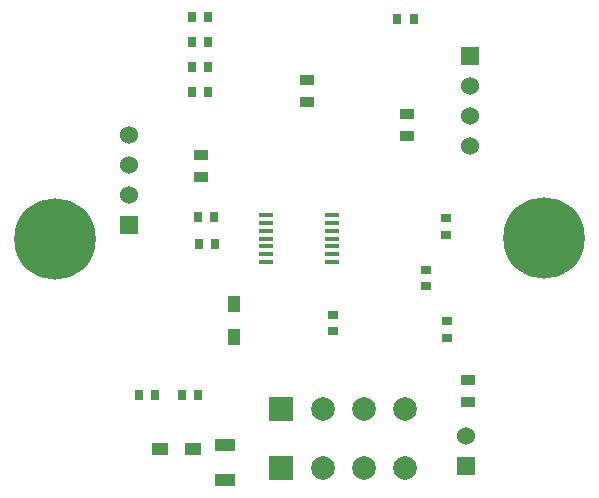
<source format=gbr>
%TF.GenerationSoftware,Altium Limited,Altium Designer,20.0.13 (296)*%
G04 Layer_Color=255*
%FSLAX25Y25*%
%MOIN*%
%TF.FileFunction,Pads,Bot*%
%TF.Part,Single*%
G01*
G75*
%TA.AperFunction,SMDPad,CuDef*%
%ADD11R,0.03543X0.02756*%
%ADD14R,0.05118X0.03740*%
%ADD18R,0.02756X0.03543*%
%TA.AperFunction,ComponentPad*%
%ADD28C,0.07874*%
%ADD29R,0.07874X0.07874*%
%ADD30R,0.06000X0.06000*%
%ADD31C,0.06000*%
%ADD32C,0.27165*%
%TA.AperFunction,SMDPad,CuDef*%
%ADD35R,0.04331X0.05315*%
%ADD36O,0.05000X0.01575*%
%ADD37R,0.05000X0.01575*%
%ADD38R,0.06693X0.04134*%
%ADD39R,0.05315X0.04331*%
D11*
X588171Y166249D02*
D03*
Y160738D02*
D03*
X619073Y181265D02*
D03*
Y175753D02*
D03*
X625683Y198414D02*
D03*
Y192902D02*
D03*
X626183Y158586D02*
D03*
Y164098D02*
D03*
D14*
X544030Y219597D02*
D03*
Y212314D02*
D03*
X579526Y244437D02*
D03*
Y237154D02*
D03*
X612721Y225909D02*
D03*
Y233192D02*
D03*
X633000Y144500D02*
D03*
Y137216D02*
D03*
D18*
X615024Y264763D02*
D03*
X609512D02*
D03*
X546537Y240640D02*
D03*
X541025D02*
D03*
X546537Y265605D02*
D03*
X541025D02*
D03*
X546537Y257284D02*
D03*
X541025D02*
D03*
X546537Y248962D02*
D03*
X541025D02*
D03*
X543097Y198758D02*
D03*
X548609D02*
D03*
X543323Y189736D02*
D03*
X548835D02*
D03*
X543256Y139500D02*
D03*
X537744D02*
D03*
X528833Y139484D02*
D03*
X523321D02*
D03*
D28*
X598453Y115033D02*
D03*
X584674D02*
D03*
Y134718D02*
D03*
X598453D02*
D03*
X612233D02*
D03*
Y115033D02*
D03*
D29*
X570894D02*
D03*
Y134718D02*
D03*
D30*
X632500Y115961D02*
D03*
X520139Y196137D02*
D03*
X633638Y252554D02*
D03*
D31*
X632500Y125961D02*
D03*
X520139Y226137D02*
D03*
Y206137D02*
D03*
Y216137D02*
D03*
X633638Y222554D02*
D03*
Y242554D02*
D03*
Y232554D02*
D03*
D32*
X495469Y191607D02*
D03*
X658523Y191869D02*
D03*
D35*
X555031Y158685D02*
D03*
Y169905D02*
D03*
D36*
X565851Y183977D02*
D03*
Y186537D02*
D03*
Y189097D02*
D03*
Y191657D02*
D03*
Y194217D02*
D03*
Y196777D02*
D03*
Y199337D02*
D03*
X587851Y183977D02*
D03*
Y186537D02*
D03*
Y189097D02*
D03*
Y191657D02*
D03*
Y194217D02*
D03*
Y196777D02*
D03*
D37*
Y199337D02*
D03*
D38*
X552000Y111193D02*
D03*
Y122807D02*
D03*
D39*
X530390Y121500D02*
D03*
X541610D02*
D03*
%TF.MD5,b2a89adfe7cec2b9673cdd0c31469f87*%
M02*

</source>
